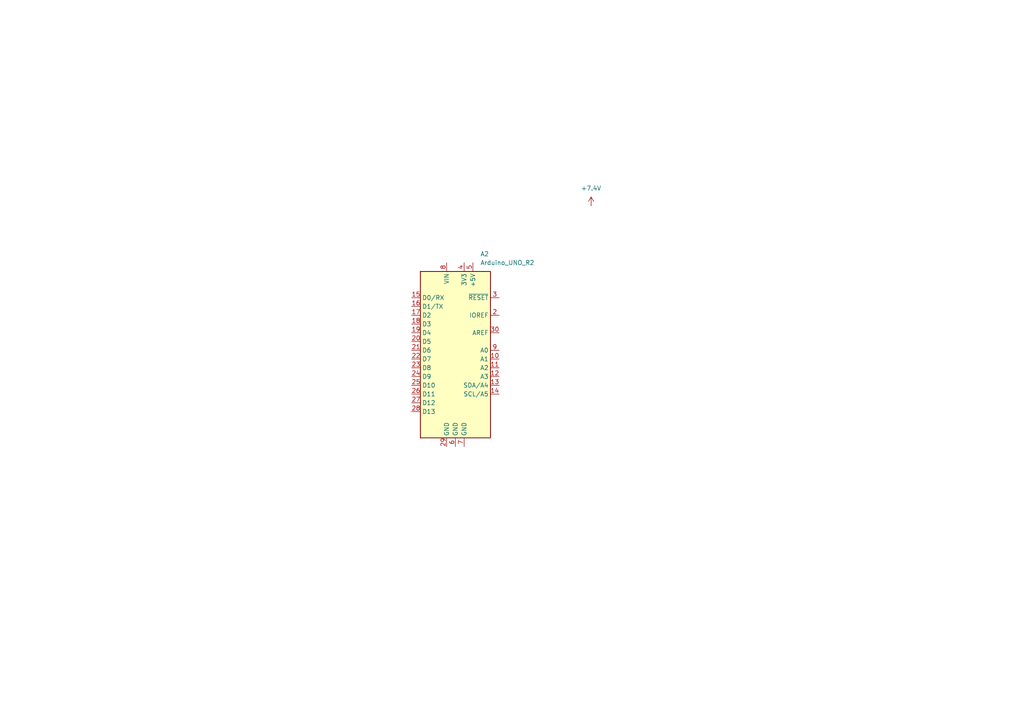
<source format=kicad_sch>
(kicad_sch (version 20250114) (generator "eeschema") (generator_version "9.0")
  (paper "A4")
  (lib_symbols
    (symbol "MCU_Module:Arduino_UNO_R2"
      (property "Reference" "A" (at -10.16 23.495 0))
      (property "Value" "Arduino_UNO_R2" (at 5.08 -26.67 0))
      (symbol "Arduino_UNO_R2_0_1"
        (rectangle (start -10.16 22.86) (end 10.16 -25.4) (stroke (width 0.254)) (fill (type background)))
      )
      (symbol "Arduino_UNO_R2_1_1"
        (pin bidirectional line (at -12.7 15.24 0) (length 2.54) (name "D0/RX") (number "15"))
        (pin bidirectional line (at -12.7 12.7 0) (length 2.54) (name "D1/TX") (number "16"))
        (pin bidirectional line (at -12.7 10.16 0) (length 2.54) (name "D2") (number "17"))
        (pin bidirectional line (at -12.7 7.62 0) (length 2.54) (name "D3") (number "18"))
        (pin bidirectional line (at -12.7 5.08 0) (length 2.54) (name "D4") (number "19"))
        (pin bidirectional line (at -12.7 2.54 0) (length 2.54) (name "D5") (number "20"))
        (pin bidirectional line (at -12.7 0 0) (length 2.54) (name "D6") (number "21"))
        (pin bidirectional line (at -12.7 -2.54 0) (length 2.54) (name "D7") (number "22"))
        (pin bidirectional line (at -12.7 -5.08 0) (length 2.54) (name "D8") (number "23"))
        (pin bidirectional line (at -12.7 -7.62 0) (length 2.54) (name "D9") (number "24"))
        (pin bidirectional line (at -12.7 -10.16 0) (length 2.54) (name "D10") (number "25"))
        (pin bidirectional line (at -12.7 -12.7 0) (length 2.54) (name "D11") (number "26"))
        (pin bidirectional line (at -12.7 -15.24 0) (length 2.54) (name "D12") (number "27"))
        (pin bidirectional line (at -12.7 -17.78 0) (length 2.54) (name "D13") (number "28"))
        (pin no_connect line (at -10.16 -20.32 0) (length 2.54) (hide yes) (name "NC") (number "1"))
        (pin power_in line (at -2.54 25.4 270) (length 2.54) (name "VIN") (number "8"))
        (pin power_in line (at -2.54 -27.94 90) (length 2.54) (name "GND") (number "29"))
        (pin power_in line (at 0 -27.94 90) (length 2.54) (name "GND") (number "6"))
        (pin power_out line (at 2.54 25.4 270) (length 2.54) (name "3V3") (number "4"))
        (pin power_in line (at 2.54 -27.94 90) (length 2.54) (name "GND") (number "7"))
        (pin power_out line (at 5.08 25.4 270) (length 2.54) (name "+5V") (number "5"))
        (pin input line (at 12.7 15.24 180) (length 2.54) (name "~{RESET}") (number "3"))
        (pin output line (at 12.7 10.16 180) (length 2.54) (name "IOREF") (number "2"))
        (pin input line (at 12.7 5.08 180) (length 2.54) (name "AREF") (number "30"))
        (pin bidirectional line (at 12.7 0 180) (length 2.54) (name "A0") (number "9"))
        (pin bidirectional line (at 12.7 -2.54 180) (length 2.54) (name "A1") (number "10"))
        (pin bidirectional line (at 12.7 -5.08 180) (length 2.54) (name "A2") (number "11"))
        (pin bidirectional line (at 12.7 -7.62 180) (length 2.54) (name "A3") (number "12"))
        (pin bidirectional line (at 12.7 -10.16 180) (length 2.54) (name "SDA/A4") (number "13"))
        (pin bidirectional line (at 12.7 -12.7 180) (length 2.54) (name "SCL/A5") (number "14"))
      )
    )
    (symbol "power:+7.5V" (power) (pin_numbers (hide yes)) (pin_names (offset 0) (hide yes))
      (property "Value" "+7.5V" (at 0 3.556 0))
      (symbol "+7.5V_0_1"
        (polyline (pts (xy -0.762 1.27) (xy 0 2.54)))
        (polyline (pts (xy 0 2.54) (xy 0.762 1.27)))
        (polyline (pts (xy 0 0) (xy 0 2.54)))
      )
      (symbol "+7.5V_1_1"
        (pin power_in line (at 0 0 90) (length 0) (name "~") (number "1"))
      )
    )
  )
  (symbol (lib_id "MCU_Module:Arduino_UNO_R2") (at 132.08 101.6 0) (unit 1)
    (property "Reference" "A2" (at 139.3033 73.66 0) (effects (justify left)))
    (property "Value" "Arduino_UNO_R2" (at 139.3033 76.2 0) (effects (justify left)))
    (property "Footprint" "Module:Arduino_UNO_R2" (effects (hide yes)))
    (property "Datasheet" "https://www.arduino.cc/en/Main/arduinoBoardUno" (effects (hide yes)))
    (property "Description" "Arduino UNO Microcontroller Module, release 2" (effects (hide yes)))
  )
  (symbol (lib_id "power:+7.5V") (at 171.45 59.69 0) (unit 1)
    (property "Reference" "#PWR01" (effects (hide yes)))
    (property "Value" "+7.4V" (at 171.45 54.61 0))
    (property "Description" "Power symbol creates a global label with name \"+7.5V\"" (effects (hide yes)))
  )
)
</source>
